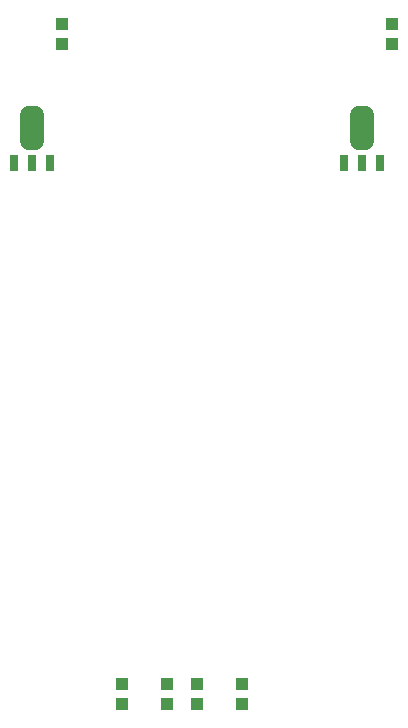
<source format=gbr>
G04 EAGLE Gerber RS-274X export*
G75*
%MOMM*%
%FSLAX34Y34*%
%LPD*%
%INSolderpaste Top*%
%IPPOS*%
%AMOC8*
5,1,8,0,0,1.08239X$1,22.5*%
G01*
%ADD10R,1.000000X1.100000*%
%ADD11R,0.800000X1.400000*%
%ADD12C,1.524000*%


D10*
X266700Y643500D03*
X266700Y626500D03*
X546100Y643500D03*
X546100Y626500D03*
X317500Y84700D03*
X317500Y67700D03*
D11*
X505710Y526290D03*
X535690Y526290D03*
D12*
X523240Y544870D02*
X518160Y544870D01*
X518160Y566130D01*
X523240Y566130D01*
X523240Y544870D01*
X523240Y559348D02*
X518160Y559348D01*
D11*
X520700Y526300D03*
X226310Y526290D03*
X256290Y526290D03*
D12*
X243840Y544870D02*
X238760Y544870D01*
X238760Y566130D01*
X243840Y566130D01*
X243840Y544870D01*
X243840Y559348D02*
X238760Y559348D01*
D11*
X241300Y526300D03*
D10*
X355600Y84700D03*
X355600Y67700D03*
X381000Y84700D03*
X381000Y67700D03*
X419100Y84700D03*
X419100Y67700D03*
M02*

</source>
